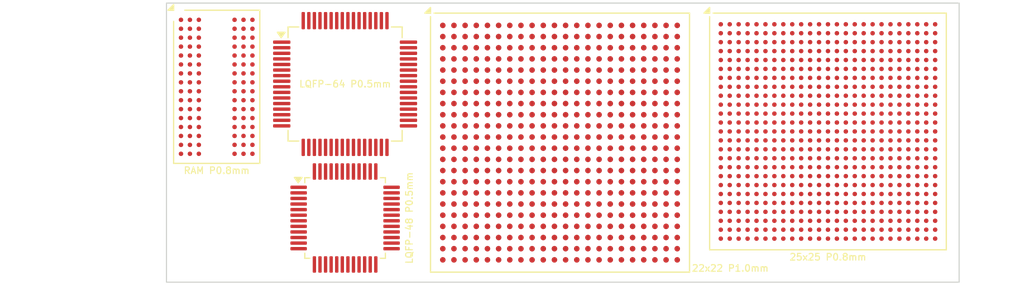
<source format=kicad_pcb>
(kicad_pcb (version 20240108) (generator "pcbnew") (generator_version "8.0")
  (layers (0 "F.Cu" signal) (31 "B.Cu" signal) (34 "B.Paste" user) (35 "F.Paste" user) (36 "B.SilkS" user "B.Silkscreen") (37 "F.SilkS" user "F.Silkscreen") (38 "B.Mask" user) (39 "F.Mask" user) (44 "Edge.Cuts" user))
  (net 0 "")
  (footprint "Package_QFP:LQFP-64_10x10mm_P0.5mm" (layer "F.Cu") (at 130.75 94.75)
    (property "Reference" "LQFP-64 P0.5mm")
    (property "Value" "LQFP-64_10x10mm_P0.5mm")
  )
  (footprint "Package_BGA:BGA-484_23.0x23.0mm_Layout22x22_P1.0mm" (layer "F.Cu") (at 150 100)
    (property "Reference" "22x22 P1.0mm")
    (property "Value" "BGA-484_23.0x23.0mm_Layout22x22_P1.0mm")
  )
  (footprint "Package_BGA:Micron_FBGA-96_7.5x13.5mm_Layout9x16_P0.8mm" (layer "F.Cu") (at 119.25 95)
    (property "Reference" "RAM P0.8mm")
    (property "Value" "Micron_FBGA-96_7.5x13.5mm_Layout9x16_P0.8mm")
  )
  (footprint "Package_QFP:LQFP-48_7x7mm_P0.5mm" (layer "F.Cu") (at 130.75 106.75)
    (property "Reference" "LQFP-48 P0.5mm")
    (property "Value" "LQFP-48_7x7mm_P0.5mm")
  )
  (footprint "Package_BGA:BGA-625_21.0x21.0mm_Layout25x25_P0.8mm" (layer "F.Cu") (at 174 99)
    (property "Reference" "25x25 P0.8mm")
    (property "Value" "BGA-625_21.0x21.0mm_Layout25x25_P0.8mm")
  )
  (gr_rect (start 114.75 87.5) (end 185.75 112.5) (stroke (width 0.1)) (fill none) (layer "Edge.Cuts"))
)
</source>
